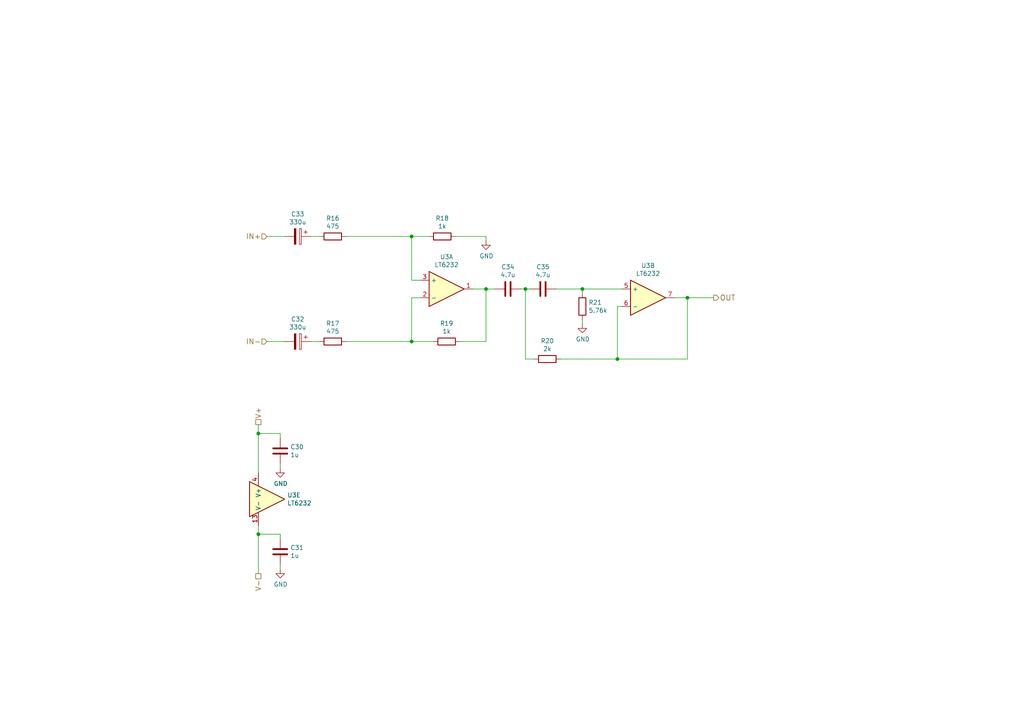
<source format=kicad_sch>
(kicad_sch (version 20230121) (generator eeschema)
  (paper "A4")
  (title_block (title "Low Noise Differential Amplifier") (date "2023-05-02") (rev "v1.1") (comment 1 "Copyright (©) 2023, Patrick Baus <patrick.baus@physik.tu-darmstadt.de>") (comment 2 "Licensed under CERN OHL v.1.2"))
  (lib_symbols
    (symbol "ADI:LT6232"
      (property "Reference" "U" (at 0 5.08 0))
      (property "Value" "LT6232" (at 0 -5.08 0))
      (symbol "LT6232_0_1"
        (polyline (pts (xy -5.08 5.08) (xy 5.08 0) (xy -5.08 -5.08) (xy -5.08 5.08)) (stroke (width 0.254)) (fill (type background)))
      )
      (symbol "LT6232_1_1"
        (pin output line (at 7.62 0 180) (length 2.54) (name "~") (number "1"))
        (pin input line (at -7.62 -2.54 0) (length 2.54) (name "-") (number "2"))
        (pin input line (at -7.62 2.54 0) (length 2.54) (name "+") (number "3"))
      )
      (symbol "LT6232_2_1"
        (pin input line (at -7.62 2.54 0) (length 2.54) (name "+") (number "5"))
        (pin input line (at -7.62 -2.54 0) (length 2.54) (name "-") (number "6"))
        (pin output line (at 7.62 0 180) (length 2.54) (name "~") (number "7"))
      )
      (symbol "LT6232_3_1"
        (pin output line (at 7.62 0 180) (length 2.54) (name "~") (number "10"))
        (pin input line (at -7.62 -2.54 0) (length 2.54) (name "-") (number "11"))
        (pin input line (at -7.62 2.54 0) (length 2.54) (name "+") (number "12"))
      )
      (symbol "LT6232_4_1"
        (pin input line (at -7.62 2.54 0) (length 2.54) (name "+") (number "14"))
        (pin input line (at -7.62 -2.54 0) (length 2.54) (name "-") (number "15"))
        (pin output line (at 7.62 0 180) (length 2.54) (name "~") (number "16"))
      )
      (symbol "LT6232_5_1"
        (pin power_in line (at -2.54 -7.62 90) (length 3.81) (name "V-") (number "13"))
        (pin power_in line (at -2.54 7.62 270) (length 3.81) (name "V+") (number "4"))
        (pin no_connect line (at 0 -6.35 90) (length 3.81) hide (name "~") (number "8"))
        (pin no_connect line (at 0 6.35 270) (length 3.81) hide (name "~") (number "9"))
      )
    )
    (symbol "Device:C" (pin_numbers hide) (pin_names (offset 0.254))
      (property "Reference" "C" (at 0.635 2.54 0))
      (property "Value" "C" (at 0.635 -2.54 0))
      (symbol "C_0_1"
        (polyline (pts (xy -2.032 -0.762) (xy 2.032 -0.762)) (stroke (width 0.508)))
        (polyline (pts (xy -2.032 0.762) (xy 2.032 0.762)) (stroke (width 0.508)))
      )
      (symbol "C_1_1"
        (pin passive line (at 0 3.81 270) (length 2.794) (name "~") (number "1"))
        (pin passive line (at 0 -3.81 90) (length 2.794) (name "~") (number "2"))
      )
    )
    (symbol "Device:C_Polarized" (pin_numbers hide) (pin_names (offset 0.254))
      (property "Reference" "C" (at 0.635 2.54 0))
      (property "Value" "C_Polarized" (at 0.635 -2.54 0))
      (symbol "C_Polarized_0_1"
        (rectangle (start -2.286 0.508) (end 2.286 1.016))
        (polyline (pts (xy -1.778 2.286) (xy -0.762 2.286)))
        (polyline (pts (xy -1.27 2.794) (xy -1.27 1.778)))
        (rectangle (start 2.286 -0.508) (end -2.286 -1.016) (fill (type outline)))
      )
      (symbol "C_Polarized_1_1"
        (pin passive line (at 0 3.81 270) (length 2.794) (name "~") (number "1"))
        (pin passive line (at 0 -3.81 90) (length 2.794) (name "~") (number "2"))
      )
    )
    (symbol "Device:R" (pin_numbers hide) (pin_names (offset 0))
      (property "Reference" "R" (at 2.032 0 90))
      (property "Value" "R" (at 0 0 90))
      (symbol "R_0_1"
        (rectangle (start -1.016 -2.54) (end 1.016 2.54) (stroke (width 0.254)))
      )
      (symbol "R_1_1"
        (pin passive line (at 0 3.81 270) (length 1.27) (name "~") (number "1"))
        (pin passive line (at 0 -3.81 90) (length 1.27) (name "~") (number "2"))
      )
    )
    (symbol "power:GND" (power) (pin_names (offset 0))
      (property "Value" "GND" (at 0 -3.81 0))
      (symbol "GND_0_1"
        (polyline (pts (xy 0 0) (xy 0 -1.27) (xy 1.27 -1.27) (xy 0 -2.54) (xy -1.27 -1.27) (xy 0 -1.27)))
      )
      (symbol "GND_1_1"
        (pin power_in line (at 0 0 270) (length 0) hide (name "GND") (number "1"))
      )
    )
  )
  (junction (at 152.4 83.82))
  (junction (at 119.38 68.58))
  (junction (at 119.38 99.06))
  (junction (at 140.97 83.82))
  (junction (at 74.93 125.73))
  (junction (at 168.91 83.82))
  (junction (at 199.39 86.36))
  (junction (at 74.93 154.94))
  (junction (at 179.07 104.14))
  (wire (pts (xy 81.28 156.21) (xy 81.28 154.94)))
  (wire (pts (xy 119.38 68.58) (xy 119.38 81.28)))
  (wire (pts (xy 92.71 99.06) (xy 90.17 99.06)))
  (wire (pts (xy 151.13 83.82) (xy 152.4 83.82)))
  (wire (pts (xy 119.38 68.58) (xy 124.46 68.58)))
  (wire (pts (xy 195.58 86.36) (xy 199.39 86.36)))
  (wire (pts (xy 100.33 68.58) (xy 119.38 68.58)))
  (wire (pts (xy 133.35 99.06) (xy 140.97 99.06)))
  (wire (pts (xy 140.97 99.06) (xy 140.97 83.82)))
  (wire (pts (xy 199.39 86.36) (xy 207.01 86.36)))
  (wire (pts (xy 82.55 99.06) (xy 77.47 99.06)))
  (wire (pts (xy 152.4 83.82) (xy 152.4 104.14)))
  (wire (pts (xy 81.28 154.94) (xy 74.93 154.94)))
  (wire (pts (xy 82.55 68.58) (xy 77.47 68.58)))
  (wire (pts (xy 81.28 127) (xy 81.28 125.73)))
  (wire (pts (xy 152.4 83.82) (xy 153.67 83.82)))
  (wire (pts (xy 132.08 68.58) (xy 140.97 68.58)))
  (wire (pts (xy 119.38 99.06) (xy 125.73 99.06)))
  (wire (pts (xy 74.93 152.4) (xy 74.93 154.94)))
  (wire (pts (xy 161.29 83.82) (xy 168.91 83.82)))
  (wire (pts (xy 81.28 125.73) (xy 74.93 125.73)))
  (wire (pts (xy 179.07 88.9) (xy 180.34 88.9)))
  (wire (pts (xy 140.97 83.82) (xy 143.51 83.82)))
  (wire (pts (xy 179.07 104.14) (xy 199.39 104.14)))
  (wire (pts (xy 140.97 69.85) (xy 140.97 68.58)))
  (wire (pts (xy 119.38 81.28) (xy 121.92 81.28)))
  (wire (pts (xy 74.93 123.19) (xy 74.93 125.73)))
  (wire (pts (xy 100.33 99.06) (xy 119.38 99.06)))
  (wire (pts (xy 74.93 154.94) (xy 74.93 166.37)))
  (wire (pts (xy 119.38 86.36) (xy 119.38 99.06)))
  (wire (pts (xy 74.93 125.73) (xy 74.93 137.16)))
  (wire (pts (xy 152.4 104.14) (xy 154.94 104.14)))
  (wire (pts (xy 162.56 104.14) (xy 179.07 104.14)))
  (wire (pts (xy 179.07 104.14) (xy 179.07 88.9)))
  (wire (pts (xy 199.39 104.14) (xy 199.39 86.36)))
  (wire (pts (xy 81.28 165.1) (xy 81.28 163.83)))
  (wire (pts (xy 168.91 83.82) (xy 180.34 83.82)))
  (wire (pts (xy 168.91 83.82) (xy 168.91 85.09)))
  (wire (pts (xy 92.71 68.58) (xy 90.17 68.58)))
  (wire (pts (xy 137.16 83.82) (xy 140.97 83.82)))
  (wire (pts (xy 168.91 92.71) (xy 168.91 93.98)))
  (wire (pts (xy 121.92 86.36) (xy 119.38 86.36)))
  (wire (pts (xy 81.28 135.89) (xy 81.28 134.62)))
  (hierarchical_label "V+" (shape passive) (at 74.93 123.19 90) (effects (font (size 1.524 1.524))))
  (hierarchical_label "OUT" (shape output) (at 207.01 86.36 0) (effects (font (size 1.524 1.524))))
  (hierarchical_label "IN-" (shape input) (at 77.47 99.06 180) (effects (font (size 1.524 1.524))))
  (hierarchical_label "V-" (shape passive) (at 74.93 166.37 270) (effects (font (size 1.524 1.524))))
  (hierarchical_label "IN+" (shape input) (at 77.47 68.58 180) (effects (font (size 1.524 1.524))))
  (symbol (lib_id "ADI:LT6232") (at 129.54 83.82 0) (unit 1)
    (property "Reference" "U3" (at 129.54 74.4982 0))
    (property "Value" "LT6232" (at 129.54 76.8096 0))
    (property "Footprint" "Package_SO:SSOP-16_3.9x4.9mm_P0.635mm" (effects hide))
    (property "MFN" "Analog Devices" (effects hide))
    (property "PN" "LT6232CGN#PBF" (effects hide))
  )
  (symbol (lib_id "Device:R") (at 96.52 68.58 270) (unit 1)
    (property "Reference" "R16" (at 96.52 63.3222 90))
    (property "Value" "475" (at 96.52 65.6336 90))
    (property "Footprint" "Resistor_THT:R_Axial_DIN0207_L6.3mm_D2.5mm_P10.16mm_Horizontal" (effects hide))
    (property "MFN" "TE Connectivity" (effects hide))
    (property "PN" "YR1B475RCC" (effects hide))
  )
  (symbol (lib_id "Device:R") (at 96.52 99.06 270) (unit 1)
    (property "Reference" "R17" (at 96.52 93.8022 90))
    (property "Value" "475" (at 96.52 96.1136 90))
    (property "Footprint" "Resistor_THT:R_Axial_DIN0207_L6.3mm_D2.5mm_P10.16mm_Horizontal" (effects hide))
    (property "MFN" "TE Connectivity" (effects hide))
    (property "PN" "YR1B475RCC" (effects hide))
  )
  (symbol (lib_id "power:GND") (at 140.97 69.85 0) (unit 1)
    (property "Reference" "#PWR017" (effects hide))
    (property "Value" "GND" (at 141.097 74.2442 0))
  )
  (symbol (lib_id "Device:R") (at 129.54 99.06 90) (unit 1)
    (property "Reference" "R19" (at 129.54 93.8022 90))
    (property "Value" "1k" (at 129.54 96.1136 90))
    (property "Footprint" "Resistor_THT:R_Axial_DIN0207_L6.3mm_D2.5mm_P10.16mm_Horizontal" (effects hide))
    (property "MFN" "Vishay" (effects hide))
    (property "PN" "RN55E1001BB14" (effects hide))
  )
  (symbol (lib_id "Device:C") (at 147.32 83.82 270) (unit 1)
    (property "Reference" "C34" (at 147.32 77.4192 90))
    (property "Value" "4.7u" (at 147.32 79.7306 90))
    (property "Footprint" "Capacitor_THT:C_Rect_L7.2mm_W8.5mm_P5.00mm_FKP2_FKP2_MKS2_MKP2" (effects hide))
    (property "MFN" "WIMA" (effects hide))
    (property "PN" "MKS2B044701K00KC00" (effects hide))
  )
  (symbol (lib_id "Device:C") (at 157.48 83.82 270) (unit 1)
    (property "Reference" "C35" (at 157.48 77.4192 90))
    (property "Value" "4.7u" (at 157.48 79.7306 90))
    (property "Footprint" "Capacitor_THT:C_Rect_L7.2mm_W8.5mm_P5.00mm_FKP2_FKP2_MKS2_MKP2" (effects hide))
    (property "MFN" "WIMA" (effects hide))
    (property "PN" "MKS2B044701K00KC00" (effects hide))
  )
  (symbol (lib_id "ADI:LT6232") (at 187.96 86.36 0) (unit 2)
    (property "Reference" "U3" (at 187.96 77.0382 0))
    (property "Value" "LT6232" (at 187.96 79.3496 0))
    (property "Footprint" "Package_SO:SSOP-16_3.9x4.9mm_P0.635mm" (effects hide))
    (property "MFN" "Analog Devices" (effects hide))
    (property "PN" "LT6232CGN#PBF" (effects hide))
  )
  (symbol (lib_id "Device:R") (at 168.91 88.9 0) (unit 1)
    (property "Reference" "R21" (at 170.688 87.7316 0) (effects (justify left)))
    (property "Value" "5.76k" (at 170.688 90.043 0) (effects (justify left)))
    (property "Footprint" "Resistor_SMD:R_1206_3216Metric" (effects hide))
    (property "MFN" "Susumu" (effects hide))
    (property "PN" "ERA-8AEB5761V" (effects hide))
  )
  (symbol (lib_id "power:GND") (at 168.91 93.98 0) (unit 1)
    (property "Reference" "#PWR018" (effects hide))
    (property "Value" "GND" (at 169.037 98.3742 0))
  )
  (symbol (lib_id "Device:R") (at 158.75 104.14 90) (unit 1)
    (property "Reference" "R20" (at 158.75 98.8822 90))
    (property "Value" "2k" (at 158.75 101.1936 90))
    (property "Footprint" "Resistor_SMD:R_1206_3216Metric" (effects hide))
    (property "MFN" "Susumu" (effects hide))
    (property "PN" "RG3216P-2001-D-T5" (effects hide))
  )
  (symbol (lib_id "ADI:LT6232") (at 77.47 144.78 0) (unit 5)
    (property "Reference" "U3" (at 83.312 143.6116 0) (effects (justify left)))
    (property "Value" "LT6232" (at 83.312 145.923 0) (effects (justify left)))
    (property "Footprint" "Package_SO:SSOP-16_3.9x4.9mm_P0.635mm" (effects hide))
    (property "MFN" "Analog Devices" (effects hide))
    (property "PN" "LT6232CGN#PBF" (effects hide))
  )
  (symbol (lib_id "Device:C") (at 81.28 130.81 0) (unit 1)
    (property "Reference" "C30" (at 84.201 129.6416 0) (effects (justify left)))
    (property "Value" "1u" (at 84.201 131.953 0) (effects (justify left)))
    (property "Footprint" "Capacitor_THT:C_Rect_L7.2mm_W5.5mm_P5.00mm_FKS2_FKP2_MKS2_MKP2" (effects hide))
    (property "MFN" "WIMA" (effects hide))
    (property "PN" "MKS2C041001F00KC00" (effects hide))
  )
  (symbol (lib_id "power:GND") (at 81.28 135.89 0) (unit 1)
    (property "Reference" "#PWR019" (effects hide))
    (property "Value" "GND" (at 81.407 140.2842 0))
  )
  (symbol (lib_id "Device:C") (at 81.28 160.02 0) (unit 1)
    (property "Reference" "C31" (at 84.201 158.8516 0) (effects (justify left)))
    (property "Value" "1u" (at 84.201 161.163 0) (effects (justify left)))
    (property "Footprint" "Capacitor_THT:C_Rect_L7.2mm_W5.5mm_P5.00mm_FKS2_FKP2_MKS2_MKP2" (effects hide))
    (property "MFN" "WIMA" (effects hide))
    (property "PN" "MKS2C041001F00KC00" (effects hide))
  )
  (symbol (lib_id "power:GND") (at 81.28 165.1 0) (unit 1)
    (property "Reference" "#PWR020" (effects hide))
    (property "Value" "GND" (at 81.407 169.4942 0))
  )
  (symbol (lib_id "Device:C_Polarized") (at 86.36 99.06 270) (unit 1)
    (property "Reference" "C32" (at 86.36 92.583 90))
    (property "Value" "330u" (at 86.36 94.8944 90))
    (property "Footprint" "Capacitor_Tantalum_SMD:CP_EIA-7343-31_Kemet-D" (effects hide))
    (property "MFN" "AVX" (effects hide))
    (property "PN" "TPSE337M010R0100" (effects hide))
  )
  (symbol (lib_id "Device:C_Polarized") (at 86.36 68.58 270) (unit 1)
    (property "Reference" "C33" (at 86.36 62.103 90))
    (property "Value" "330u" (at 86.36 64.4144 90))
    (property "Footprint" "Capacitor_Tantalum_SMD:CP_EIA-7343-31_Kemet-D" (effects hide))
    (property "MFN" "AVX" (effects hide))
    (property "PN" "TPSE337M010R0100" (effects hide))
  )
  (symbol (lib_id "Device:R") (at 128.27 68.58 90) (unit 1)
    (property "Reference" "R18" (at 128.27 63.3222 90))
    (property "Value" "1k" (at 128.27 65.6336 90))
    (property "Footprint" "Resistor_THT:R_Axial_DIN0207_L6.3mm_D2.5mm_P10.16mm_Horizontal" (effects hide))
    (property "MFN" "Vishay" (effects hide))
    (property "PN" "RN55E1001BB14" (effects hide))
  )
)
</source>
